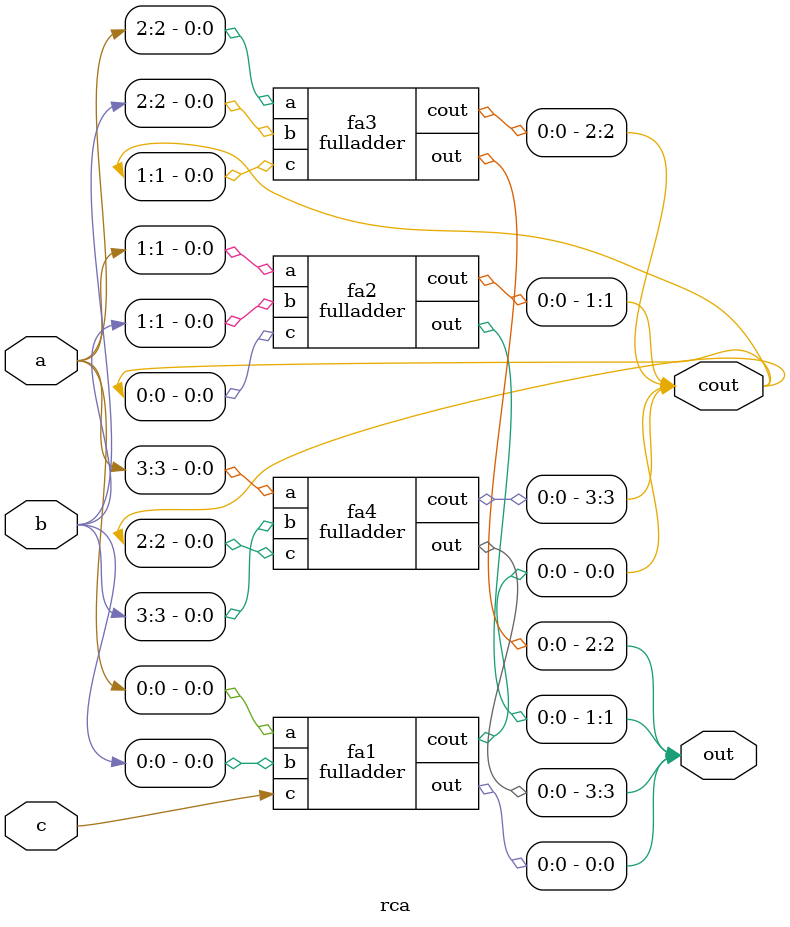
<source format=sv>
module fulladder (input  logic a, b, c, output logic out, cout);
  assign out = a ^ b ^ c;
  assign cout = a & b | a & c | b & c;
   
endmodule


module rca (input logic [3:0] a, b, input logic [0:0] c, output logic [3:0] out, cout);

fulladder fa1 (a[0], b[0], c[0], out[0], cout[0]);
fulladder fa2 (a[1], b[1], cout[0], out[1], cout[1]);
fulladder fa3 (a[2], b[2], cout[1], out[2], cout[2]);
fulladder fa4 (a[3], b[3], cout[2], out[3], cout[3]);

endmodule
</source>
